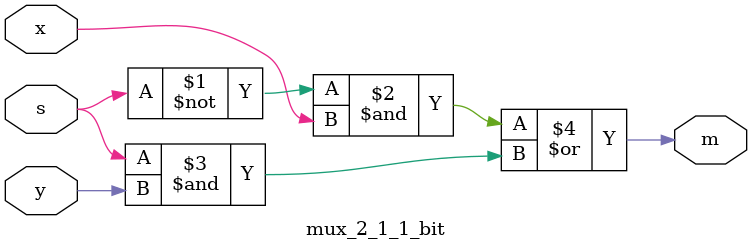
<source format=v>
module mux_2_1_1_bit(
	input x, y, s,
	output m);
	
	assign m = (~s & x) | (s & y);
	
endmodule

</source>
